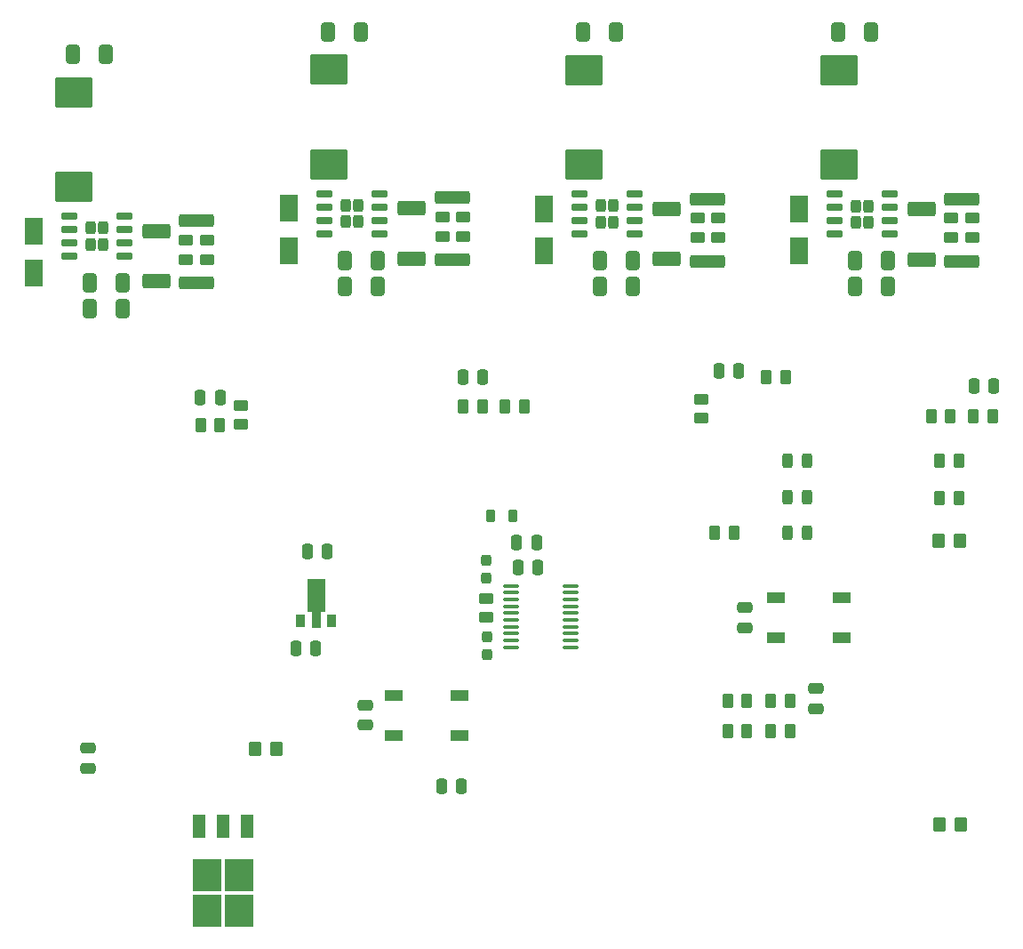
<source format=gbr>
%TF.GenerationSoftware,KiCad,Pcbnew,6.0.4+dfsg-1+b1*%
%TF.CreationDate,2022-10-04T23:39:51+01:00*%
%TF.ProjectId,led-driver,6c65642d-6472-4697-9665-722e6b696361,rev?*%
%TF.SameCoordinates,Original*%
%TF.FileFunction,Paste,Top*%
%TF.FilePolarity,Positive*%
%FSLAX46Y46*%
G04 Gerber Fmt 4.6, Leading zero omitted, Abs format (unit mm)*
G04 Created by KiCad (PCBNEW 6.0.4+dfsg-1+b1) date 2022-10-04 23:39:51*
%MOMM*%
%LPD*%
G01*
G04 APERTURE LIST*
G04 Aperture macros list*
%AMRoundRect*
0 Rectangle with rounded corners*
0 $1 Rounding radius*
0 $2 $3 $4 $5 $6 $7 $8 $9 X,Y pos of 4 corners*
0 Add a 4 corners polygon primitive as box body*
4,1,4,$2,$3,$4,$5,$6,$7,$8,$9,$2,$3,0*
0 Add four circle primitives for the rounded corners*
1,1,$1+$1,$2,$3*
1,1,$1+$1,$4,$5*
1,1,$1+$1,$6,$7*
1,1,$1+$1,$8,$9*
0 Add four rect primitives between the rounded corners*
20,1,$1+$1,$2,$3,$4,$5,0*
20,1,$1+$1,$4,$5,$6,$7,0*
20,1,$1+$1,$6,$7,$8,$9,0*
20,1,$1+$1,$8,$9,$2,$3,0*%
%AMFreePoly0*
4,1,9,3.862500,-0.866500,0.737500,-0.866500,0.737500,-0.450000,-0.737500,-0.450000,-0.737500,0.450000,0.737500,0.450000,0.737500,0.866500,3.862500,0.866500,3.862500,-0.866500,3.862500,-0.866500,$1*%
G04 Aperture macros list end*
%ADD10R,0.900000X1.300000*%
%ADD11FreePoly0,90.000000*%
%ADD12R,2.750000X3.050000*%
%ADD13R,1.200000X2.200000*%
%ADD14RoundRect,0.250000X-0.262500X-0.450000X0.262500X-0.450000X0.262500X0.450000X-0.262500X0.450000X0*%
%ADD15RoundRect,0.242500X0.242500X0.382500X-0.242500X0.382500X-0.242500X-0.382500X0.242500X-0.382500X0*%
%ADD16RoundRect,0.150000X0.650000X0.150000X-0.650000X0.150000X-0.650000X-0.150000X0.650000X-0.150000X0*%
%ADD17R,1.800000X2.500000*%
%ADD18RoundRect,0.250000X0.412500X0.650000X-0.412500X0.650000X-0.412500X-0.650000X0.412500X-0.650000X0*%
%ADD19RoundRect,0.250000X1.425000X-0.362500X1.425000X0.362500X-1.425000X0.362500X-1.425000X-0.362500X0*%
%ADD20RoundRect,0.250000X0.250000X0.475000X-0.250000X0.475000X-0.250000X-0.475000X0.250000X-0.475000X0*%
%ADD21RoundRect,0.250000X-0.250000X-0.475000X0.250000X-0.475000X0.250000X0.475000X-0.250000X0.475000X0*%
%ADD22R,1.700000X1.000000*%
%ADD23RoundRect,0.249999X1.075001X-0.450001X1.075001X0.450001X-1.075001X0.450001X-1.075001X-0.450001X0*%
%ADD24RoundRect,0.145000X-1.605000X1.305000X-1.605000X-1.305000X1.605000X-1.305000X1.605000X1.305000X0*%
%ADD25RoundRect,0.250000X-0.475000X0.250000X-0.475000X-0.250000X0.475000X-0.250000X0.475000X0.250000X0*%
%ADD26RoundRect,0.250000X0.450000X-0.262500X0.450000X0.262500X-0.450000X0.262500X-0.450000X-0.262500X0*%
%ADD27RoundRect,0.243750X0.243750X0.456250X-0.243750X0.456250X-0.243750X-0.456250X0.243750X-0.456250X0*%
%ADD28RoundRect,0.218750X0.218750X0.381250X-0.218750X0.381250X-0.218750X-0.381250X0.218750X-0.381250X0*%
%ADD29RoundRect,0.250000X-0.350000X-0.450000X0.350000X-0.450000X0.350000X0.450000X-0.350000X0.450000X0*%
%ADD30RoundRect,0.250000X0.262500X0.450000X-0.262500X0.450000X-0.262500X-0.450000X0.262500X-0.450000X0*%
%ADD31RoundRect,0.237500X-0.237500X0.300000X-0.237500X-0.300000X0.237500X-0.300000X0.237500X0.300000X0*%
%ADD32RoundRect,0.100000X-0.637500X-0.100000X0.637500X-0.100000X0.637500X0.100000X-0.637500X0.100000X0*%
%ADD33RoundRect,0.243750X-0.243750X-0.456250X0.243750X-0.456250X0.243750X0.456250X-0.243750X0.456250X0*%
%ADD34RoundRect,0.237500X0.237500X-0.300000X0.237500X0.300000X-0.237500X0.300000X-0.237500X-0.300000X0*%
G04 APERTURE END LIST*
D10*
%TO.C,U5*%
X32300000Y-69150000D03*
D11*
X33800000Y-69062500D03*
D10*
X35300000Y-69150000D03*
%TD*%
D12*
%TO.C,Q1*%
X23375000Y-96675000D03*
X23375000Y-93325000D03*
X26425000Y-93325000D03*
X26425000Y-96675000D03*
D13*
X27180000Y-88700000D03*
X24900000Y-88700000D03*
X22620000Y-88700000D03*
%TD*%
D14*
%TO.C,R10*%
X92387500Y-49600000D03*
X94212500Y-49600000D03*
%TD*%
D15*
%TO.C,U4*%
X85190000Y-31175000D03*
X85190000Y-29625000D03*
X86390000Y-31175000D03*
X86390000Y-29625000D03*
D16*
X88440000Y-32305000D03*
X88440000Y-31035000D03*
X88440000Y-29765000D03*
X88440000Y-28495000D03*
X83140000Y-28495000D03*
X83140000Y-29765000D03*
X83140000Y-31035000D03*
X83140000Y-32305000D03*
%TD*%
D17*
%TO.C,D3*%
X55500000Y-33875000D03*
X55500000Y-29875000D03*
%TD*%
D18*
%TO.C,C8*%
X39662500Y-34790000D03*
X36537500Y-34790000D03*
%TD*%
D19*
%TO.C,REF\u002A\u002A*%
X22400000Y-36962500D03*
X22400000Y-31037500D03*
%TD*%
D15*
%TO.C,U3*%
X62090000Y-31150000D03*
X60890000Y-31150000D03*
X62090000Y-29600000D03*
X60890000Y-29600000D03*
D16*
X64140000Y-32280000D03*
X64140000Y-31010000D03*
X64140000Y-29740000D03*
X64140000Y-28470000D03*
X58840000Y-28470000D03*
X58840000Y-29740000D03*
X58840000Y-31010000D03*
X58840000Y-32280000D03*
%TD*%
D14*
%TO.C,R24*%
X71787500Y-60700000D03*
X73612500Y-60700000D03*
%TD*%
D18*
%TO.C,C9*%
X62362500Y-13075000D03*
X59237500Y-13075000D03*
%TD*%
D20*
%TO.C,C18*%
X33750000Y-71700000D03*
X31850000Y-71700000D03*
%TD*%
D14*
%TO.C,R12*%
X96387500Y-49600000D03*
X98212500Y-49600000D03*
%TD*%
D21*
%TO.C,C14*%
X96450000Y-46800000D03*
X98350000Y-46800000D03*
%TD*%
D22*
%TO.C,SW2*%
X41150000Y-80000000D03*
X47450000Y-80000000D03*
X47450000Y-76200000D03*
X41150000Y-76200000D03*
%TD*%
D23*
%TO.C,R1*%
X18600000Y-36800000D03*
X18600000Y-32000000D03*
%TD*%
D24*
%TO.C,L4*%
X83600000Y-16700000D03*
X83600000Y-25700000D03*
%TD*%
D23*
%TO.C,R7*%
X67200000Y-34675000D03*
X67200000Y-29875000D03*
%TD*%
D25*
%TO.C,C28*%
X38500000Y-77150000D03*
X38500000Y-79050000D03*
%TD*%
D21*
%TO.C,C26*%
X52900000Y-61700000D03*
X54800000Y-61700000D03*
%TD*%
D26*
%TO.C,REF\u002A\u002A*%
X70100000Y-32612500D03*
X70100000Y-30787500D03*
%TD*%
D27*
%TO.C,D8*%
X80537500Y-53900000D03*
X78662500Y-53900000D03*
%TD*%
D26*
%TO.C,REF\u002A\u002A*%
X21400000Y-34712500D03*
X21400000Y-32887500D03*
%TD*%
D18*
%TO.C,C2*%
X38062500Y-13050000D03*
X34937500Y-13050000D03*
%TD*%
D26*
%TO.C,REF\u002A\u002A*%
X72100000Y-32612500D03*
X72100000Y-30787500D03*
%TD*%
D19*
%TO.C,REF\u002A\u002A*%
X95300000Y-34862500D03*
X95300000Y-28937500D03*
%TD*%
D27*
%TO.C,D10*%
X80537500Y-60700000D03*
X78662500Y-60700000D03*
%TD*%
D26*
%TO.C,R9*%
X70500000Y-49812500D03*
X70500000Y-47987500D03*
%TD*%
D24*
%TO.C,L2*%
X35000000Y-16650000D03*
X35000000Y-25650000D03*
%TD*%
D18*
%TO.C,C1*%
X13762500Y-15200000D03*
X10637500Y-15200000D03*
%TD*%
D26*
%TO.C,R3*%
X26600000Y-50412500D03*
X26600000Y-48587500D03*
%TD*%
%TO.C,REF\u002A\u002A*%
X94300000Y-32612500D03*
X94300000Y-30787500D03*
%TD*%
D18*
%TO.C,C10*%
X86662500Y-13100000D03*
X83537500Y-13100000D03*
%TD*%
D17*
%TO.C,D1*%
X6900000Y-36000000D03*
X6900000Y-32000000D03*
%TD*%
D18*
%TO.C,C12*%
X63962500Y-37275000D03*
X60837500Y-37275000D03*
%TD*%
%TO.C,C15*%
X88262500Y-37300000D03*
X85137500Y-37300000D03*
%TD*%
D20*
%TO.C,C11*%
X74050000Y-45300000D03*
X72150000Y-45300000D03*
%TD*%
D28*
%TO.C,FB1*%
X52562500Y-59100000D03*
X50437500Y-59100000D03*
%TD*%
D18*
%TO.C,C4*%
X15362500Y-39400000D03*
X12237500Y-39400000D03*
%TD*%
D25*
%TO.C,C23*%
X74600000Y-67850000D03*
X74600000Y-69750000D03*
%TD*%
D14*
%TO.C,R20*%
X72987500Y-79625000D03*
X74812500Y-79625000D03*
%TD*%
D17*
%TO.C,D4*%
X79800000Y-33900000D03*
X79800000Y-29900000D03*
%TD*%
D24*
%TO.C,L3*%
X59300000Y-16675000D03*
X59300000Y-25675000D03*
%TD*%
D26*
%TO.C,REF\u002A\u002A*%
X45800000Y-32512500D03*
X45800000Y-30687500D03*
%TD*%
D14*
%TO.C,R18*%
X93187500Y-53900000D03*
X95012500Y-53900000D03*
%TD*%
D25*
%TO.C,C17*%
X12100000Y-81250000D03*
X12100000Y-83150000D03*
%TD*%
D29*
%TO.C,R25*%
X93200000Y-88500000D03*
X95200000Y-88500000D03*
%TD*%
D22*
%TO.C,SW1*%
X83850000Y-70700000D03*
X77550000Y-70700000D03*
X83850000Y-66900000D03*
X77550000Y-66900000D03*
%TD*%
D15*
%TO.C,U2*%
X37790000Y-31125000D03*
X36590000Y-29575000D03*
X37790000Y-29575000D03*
X36590000Y-31125000D03*
D16*
X39840000Y-32255000D03*
X39840000Y-30985000D03*
X39840000Y-29715000D03*
X39840000Y-28445000D03*
X34540000Y-28445000D03*
X34540000Y-29715000D03*
X34540000Y-30985000D03*
X34540000Y-32255000D03*
%TD*%
D18*
%TO.C,C13*%
X63962500Y-34815000D03*
X60837500Y-34815000D03*
%TD*%
D30*
%TO.C,R4*%
X53625000Y-48690000D03*
X51800000Y-48690000D03*
%TD*%
D31*
%TO.C,C24*%
X50100000Y-70637500D03*
X50100000Y-72362500D03*
%TD*%
D30*
%TO.C,R6*%
X49612500Y-48700000D03*
X47787500Y-48700000D03*
%TD*%
D29*
%TO.C,R15*%
X28000000Y-81300000D03*
X30000000Y-81300000D03*
%TD*%
D20*
%TO.C,C6*%
X49650000Y-45900000D03*
X47750000Y-45900000D03*
%TD*%
D26*
%TO.C,REF\u002A\u002A*%
X96300000Y-32612500D03*
X96300000Y-30787500D03*
%TD*%
D18*
%TO.C,C7*%
X39662500Y-37250000D03*
X36537500Y-37250000D03*
%TD*%
D14*
%TO.C,R19*%
X72987500Y-76725000D03*
X74812500Y-76725000D03*
%TD*%
D20*
%TO.C,C19*%
X34850000Y-62500000D03*
X32950000Y-62500000D03*
%TD*%
D32*
%TO.C,U7*%
X52337500Y-65775000D03*
X52337500Y-66425000D03*
X52337500Y-67075000D03*
X52337500Y-67725000D03*
X52337500Y-68375000D03*
X52337500Y-69025000D03*
X52337500Y-69675000D03*
X52337500Y-70325000D03*
X52337500Y-70975000D03*
X52337500Y-71625000D03*
X58062500Y-71625000D03*
X58062500Y-70975000D03*
X58062500Y-70325000D03*
X58062500Y-69675000D03*
X58062500Y-69025000D03*
X58062500Y-68375000D03*
X58062500Y-67725000D03*
X58062500Y-67075000D03*
X58062500Y-66425000D03*
X58062500Y-65775000D03*
%TD*%
D26*
%TO.C,REF\u002A\u002A*%
X23400000Y-34712500D03*
X23400000Y-32887500D03*
%TD*%
D33*
%TO.C,D7*%
X78662500Y-57300000D03*
X80537500Y-57300000D03*
%TD*%
D15*
%TO.C,U1*%
X12290000Y-31725000D03*
X12290000Y-33275000D03*
X13490000Y-31725000D03*
X13490000Y-33275000D03*
D16*
X15540000Y-34405000D03*
X15540000Y-33135000D03*
X15540000Y-31865000D03*
X15540000Y-30595000D03*
X10240000Y-30595000D03*
X10240000Y-31865000D03*
X10240000Y-33135000D03*
X10240000Y-34405000D03*
%TD*%
D19*
%TO.C,REF\u002A\u002A*%
X71100000Y-34862500D03*
X71100000Y-28937500D03*
%TD*%
D30*
%TO.C,R17*%
X95012500Y-57400000D03*
X93187500Y-57400000D03*
%TD*%
D14*
%TO.C,R21*%
X77087500Y-76725000D03*
X78912500Y-76725000D03*
%TD*%
D18*
%TO.C,C5*%
X15362500Y-36940000D03*
X12237500Y-36940000D03*
%TD*%
D19*
%TO.C,REF\u002A\u002A*%
X46800000Y-34762500D03*
X46800000Y-28837500D03*
%TD*%
D25*
%TO.C,C22*%
X81400000Y-75550000D03*
X81400000Y-77450000D03*
%TD*%
D26*
%TO.C,R23*%
X50000000Y-68812500D03*
X50000000Y-66987500D03*
%TD*%
D14*
%TO.C,R11*%
X76687500Y-45900000D03*
X78512500Y-45900000D03*
%TD*%
D21*
%TO.C,C21*%
X45750000Y-84900000D03*
X47650000Y-84900000D03*
%TD*%
D23*
%TO.C,R8*%
X91500000Y-34700000D03*
X91500000Y-29900000D03*
%TD*%
D14*
%TO.C,R22*%
X77087500Y-79625000D03*
X78912500Y-79625000D03*
%TD*%
D23*
%TO.C,R2*%
X42900000Y-34650000D03*
X42900000Y-29850000D03*
%TD*%
D20*
%TO.C,C3*%
X24637500Y-47900000D03*
X22737500Y-47900000D03*
%TD*%
D30*
%TO.C,R5*%
X24600000Y-50500000D03*
X22775000Y-50500000D03*
%TD*%
D34*
%TO.C,C25*%
X50000000Y-65062500D03*
X50000000Y-63337500D03*
%TD*%
D21*
%TO.C,C27*%
X53000000Y-64000000D03*
X54900000Y-64000000D03*
%TD*%
D29*
%TO.C,R26*%
X93100000Y-61500000D03*
X95100000Y-61500000D03*
%TD*%
D26*
%TO.C,REF\u002A\u002A*%
X47800000Y-32512500D03*
X47800000Y-30687500D03*
%TD*%
D24*
%TO.C,L1*%
X10700000Y-18800000D03*
X10700000Y-27800000D03*
%TD*%
D17*
%TO.C,D2*%
X31200000Y-33850000D03*
X31200000Y-29850000D03*
%TD*%
D18*
%TO.C,C16*%
X88262500Y-34840000D03*
X85137500Y-34840000D03*
%TD*%
M02*

</source>
